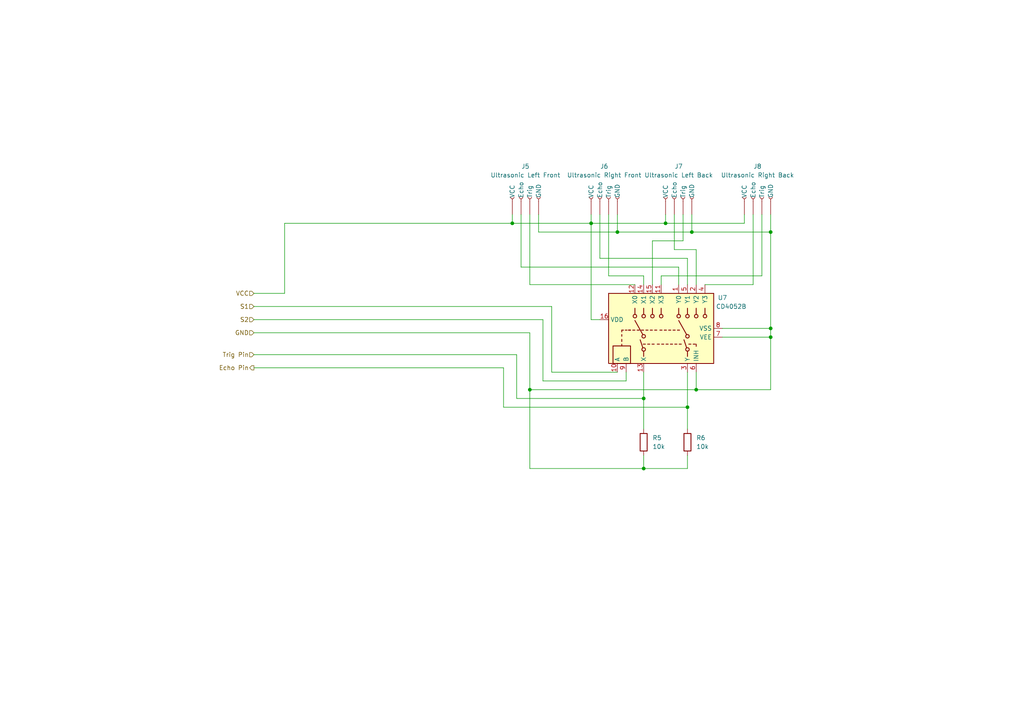
<source format=kicad_sch>
(kicad_sch (version 20211123) (generator eeschema)
  (paper "A4")
  (lib_symbols
    (symbol "Analog_Switch:CD4052B"
      (property "Reference" "U" (at -10.16 16.51 0))
      (property "Value" "CD4052B" (at 3.81 16.51 0))
      (symbol "CD4052B_0_1"
        (rectangle (start -10.16 8.89) (end -5.08 13.97) (stroke (width 0.254)))
        (rectangle (start -10.16 15.24) (end 10.16 -15.24) (stroke (width 0.254)) (fill (type background)))
        (circle (center -6.096 -7.62) (radius 0.508) (stroke (width 0.254)))
        (circle (center -6.096 5.08) (radius 0.508) (stroke (width 0.254)))
        (circle (center -2.286 -7.62) (radius 0.508) (stroke (width 0.254)))
        (circle (center -2.286 5.08) (radius 0.508) (stroke (width 0.254)))
        (polyline (pts (xy -8.128 -7.62) (xy -6.604 -7.62)) (stroke (width 0.254)))
        (polyline (pts (xy -8.128 5.08) (xy -6.604 5.08)) (stroke (width 0.254)))
        (polyline (pts (xy -5.588 -7.366) (xy -3.302 -6.604)) (stroke (width 0.254)))
        (polyline (pts (xy -5.588 5.334) (xy -3.302 6.096)) (stroke (width 0.254)))
        (polyline (pts (xy -4.572 -10.16) (xy -5.207 -10.16)) (stroke (width 0.254)))
        (polyline (pts (xy -4.572 -9.906) (xy -4.572 -9.271)) (stroke (width 0.254)))
        (polyline (pts (xy -4.572 -8.636) (xy -4.572 -8.001)) (stroke (width 0.254)))
        (polyline (pts (xy -4.572 -5.842) (xy -4.572 -5.207)) (stroke (width 0.254)))
        (polyline (pts (xy -4.572 -4.572) (xy -4.572 -3.937)) (stroke (width 0.254)))
        (polyline (pts (xy -4.572 -3.302) (xy -4.572 -2.667)) (stroke (width 0.254)))
        (polyline (pts (xy -4.572 -2.032) (xy -4.572 -1.397)) (stroke (width 0.254)))
        (polyline (pts (xy -4.572 -0.762) (xy -4.572 -0.127)) (stroke (width 0.254)))
        (polyline (pts (xy -4.572 0.508) (xy -4.572 1.143)) (stroke (width 0.254)))
        (polyline (pts (xy -4.572 2.032) (xy -4.572 2.667)) (stroke (width 0.254)))
        (polyline (pts (xy -4.572 3.302) (xy -4.572 3.937)) (stroke (width 0.254)))
        (polyline (pts (xy -4.572 4.572) (xy -4.572 5.207)) (stroke (width 0.254)))
        (polyline (pts (xy -4.572 11.43) (xy -5.08 11.43)) (stroke (width 0.254)))
        (polyline (pts (xy -3.81 11.43) (xy -3.175 11.43)) (stroke (width 0.254)))
        (polyline (pts (xy -1.778 -7.366) (xy 2.286 -5.08)) (stroke (width 0.254)))
        (polyline (pts (xy -1.778 5.334) (xy 2.286 7.62)) (stroke (width 0.254)))
        (polyline (pts (xy -1.778 11.43) (xy -2.286 11.43)) (stroke (width 0.254)))
        (polyline (pts (xy -0.508 -5.334) (xy -0.508 -4.699)) (stroke (width 0.254)))
        (polyline (pts (xy -0.508 -4.064) (xy -0.508 -3.429)) (stroke (width 0.254)))
        (polyline (pts (xy -0.508 -2.794) (xy -0.508 -2.159)) (stroke (width 0.254)))
        (polyline (pts (xy -0.508 -1.524) (xy -0.508 -0.889)) (stroke (width 0.254)))
        (polyline (pts (xy -0.508 -0.254) (xy -0.508 0.381)) (stroke (width 0.254)))
        (polyline (pts (xy -0.508 1.27) (xy -0.508 1.905)) (stroke (width 0.254)))
        (polyline (pts (xy -0.508 2.54) (xy -0.508 3.175)) (stroke (width 0.254)))
        (polyline (pts (xy -0.508 3.81) (xy -0.508 4.445)) (stroke (width 0.254)))
        (polyline (pts (xy -0.508 5.08) (xy -0.508 5.715)) (stroke (width 0.254)))
        (polyline (pts (xy -0.508 6.35) (xy -0.508 6.985)) (stroke (width 0.254)))
        (polyline (pts (xy -0.508 7.62) (xy -0.508 8.255)) (stroke (width 0.254)))
        (polyline (pts (xy -0.508 8.89) (xy -0.508 9.398)) (stroke (width 0.254)))
        (polyline (pts (xy -0.508 8.89) (xy -0.508 9.525)) (stroke (width 0.254)))
        (polyline (pts (xy -0.508 9.906) (xy -0.508 10.414)) (stroke (width 0.254)))
        (polyline (pts (xy -0.508 10.922) (xy -0.508 11.43)) (stroke (width 0.254)))
        (polyline (pts (xy -0.508 11.43) (xy -1.016 11.43)) (stroke (width 0.254)))
        (polyline (pts (xy 4.064 -12.7) (xy 5.842 -12.7)) (stroke (width 0.254)))
        (polyline (pts (xy 4.064 -10.16) (xy 5.842 -10.16)) (stroke (width 0.254)))
        (polyline (pts (xy 4.064 -7.62) (xy 5.842 -7.62)) (stroke (width 0.254)))
        (polyline (pts (xy 4.064 -5.08) (xy 5.842 -5.08)) (stroke (width 0.254)))
        (polyline (pts (xy 4.064 0) (xy 5.842 0)) (stroke (width 0.254)))
        (polyline (pts (xy 4.064 2.54) (xy 5.842 2.54)) (stroke (width 0.254)))
        (polyline (pts (xy 4.064 5.08) (xy 5.842 5.08)) (stroke (width 0.254)))
        (polyline (pts (xy 4.064 7.62) (xy 5.842 7.62)) (stroke (width 0.254)))
        (circle (center 3.556 -12.7) (radius 0.508) (stroke (width 0.254)))
        (circle (center 3.556 -10.16) (radius 0.508) (stroke (width 0.254)))
        (circle (center 3.556 -7.62) (radius 0.508) (stroke (width 0.254)))
        (circle (center 3.556 -5.08) (radius 0.508) (stroke (width 0.254)))
        (circle (center 3.556 0) (radius 0.508) (stroke (width 0.254)))
        (circle (center 3.556 2.54) (radius 0.508) (stroke (width 0.254)))
        (circle (center 3.556 5.08) (radius 0.508) (stroke (width 0.254)))
        (circle (center 3.556 7.62) (radius 0.508) (stroke (width 0.254)))
      )
      (symbol "CD4052B_1_1"
        (pin bidirectional line (at 12.7 -5.08 180) (length 2.54) (name "Y0") (number "1"))
        (pin input line (at -12.7 12.7 0) (length 2.54) (name "A") (number "10"))
        (pin bidirectional line (at 12.7 0 180) (length 2.54) (name "X3") (number "11"))
        (pin bidirectional line (at 12.7 7.62 180) (length 2.54) (name "X0") (number "12"))
        (pin bidirectional line (at -12.7 5.08 0) (length 2.54) (name "X") (number "13"))
        (pin bidirectional line (at 12.7 5.08 180) (length 2.54) (name "X1") (number "14"))
        (pin bidirectional line (at 12.7 2.54 180) (length 2.54) (name "X2") (number "15"))
        (pin power_in line (at 2.54 17.78 270) (length 2.54) (name "VDD") (number "16"))
        (pin bidirectional line (at 12.7 -10.16 180) (length 2.54) (name "Y2") (number "2"))
        (pin bidirectional line (at -12.7 -7.62 0) (length 2.54) (name "Y") (number "3"))
        (pin bidirectional line (at 12.7 -12.7 180) (length 2.54) (name "Y3") (number "4"))
        (pin bidirectional line (at 12.7 -7.62 180) (length 2.54) (name "Y1") (number "5"))
        (pin input line (at -12.7 -10.16 0) (length 2.54) (name "INH") (number "6"))
        (pin power_in line (at -2.54 -17.78 90) (length 2.54) (name "VEE") (number "7"))
        (pin power_in line (at 0 -17.78 90) (length 2.54) (name "VSS") (number "8"))
        (pin input line (at -12.7 10.16 0) (length 2.54) (name "B") (number "9"))
      )
    )
    (symbol "Connector:Conn_01x04_Female" (pin_numbers hide) (pin_names (offset 1.016))
      (property "Reference" "J?" (at 8.89 -1.27 90))
      (property "Value" "Ultrasonic Left Front" (at 6.35 -1.27 90))
      (symbol "Conn_01x04_Female_1_1"
        (arc (start 0 -4.572) (mid -0.508 -5.08) (end 0 -5.588) (stroke (width 0.1524)))
        (arc (start 0 -2.032) (mid -0.508 -2.54) (end 0 -3.048) (stroke (width 0.1524)))
        (polyline (pts (xy -1.27 -5.08) (xy -0.508 -5.08)) (stroke (width 0.1524)))
        (polyline (pts (xy -1.27 -2.54) (xy -0.508 -2.54)) (stroke (width 0.1524)))
        (polyline (pts (xy -1.27 0) (xy -0.508 0)) (stroke (width 0.1524)))
        (polyline (pts (xy -1.27 2.54) (xy -0.508 2.54)) (stroke (width 0.1524)))
        (arc (start 0 0.508) (mid -0.508 0) (end 0 -0.508) (stroke (width 0.1524)))
        (arc (start 0 3.048) (mid -0.508 2.54) (end 0 2.032) (stroke (width 0.1524)))
        (pin passive line (at -5.08 2.54 0) (length 3.81) (name "VCC") (number "1"))
        (pin passive line (at -5.08 0 0) (length 3.81) (name "Echo") (number "2"))
        (pin passive line (at -5.08 -2.54 0) (length 3.81) (name "Trig") (number "3"))
        (pin passive line (at -5.08 -5.08 0) (length 3.81) (name "GND") (number "4"))
      )
    )
    (symbol "Device:R" (pin_numbers hide) (pin_names (offset 0))
      (property "Reference" "R" (at 2.032 0 90))
      (property "Value" "R" (at 0 0 90))
      (symbol "R_0_1"
        (rectangle (start -1.016 -2.54) (end 1.016 2.54) (stroke (width 0.254)))
      )
      (symbol "R_1_1"
        (pin passive line (at 0 3.81 270) (length 1.27) (name "~") (number "1"))
        (pin passive line (at 0 -3.81 90) (length 1.27) (name "~") (number "2"))
      )
    )
  )
  (junction (at 223.52 95.25))
  (junction (at 186.69 115.57))
  (junction (at 179.07 67.31))
  (junction (at 199.39 118.11))
  (junction (at 200.66 67.31))
  (junction (at 201.93 113.03))
  (junction (at 223.52 97.79))
  (junction (at 193.04 64.77))
  (junction (at 153.67 113.03))
  (junction (at 171.45 64.77))
  (junction (at 148.59 64.77))
  (junction (at 223.52 67.31))
  (junction (at 186.69 135.89))
  (wire (pts (xy 171.45 62.23) (xy 171.45 64.77)))
  (wire (pts (xy 153.67 113.03) (xy 201.93 113.03)))
  (wire (pts (xy 220.98 80.01) (xy 191.77 80.01)))
  (wire (pts (xy 171.45 92.71) (xy 171.45 64.77)))
  (wire (pts (xy 151.13 62.23) (xy 151.13 77.47)))
  (wire (pts (xy 73.66 106.68) (xy 146.05 106.68)))
  (wire (pts (xy 220.98 62.23) (xy 220.98 80.01)))
  (wire (pts (xy 198.12 69.85) (xy 189.23 69.85)))
  (wire (pts (xy 82.55 64.77) (xy 148.59 64.77)))
  (wire (pts (xy 199.39 132.08) (xy 199.39 135.89)))
  (wire (pts (xy 73.66 88.9) (xy 160.02 88.9)))
  (wire (pts (xy 209.55 95.25) (xy 223.52 95.25)))
  (wire (pts (xy 218.44 62.23) (xy 218.44 82.55)))
  (wire (pts (xy 186.69 80.01) (xy 186.69 82.55)))
  (wire (pts (xy 181.61 107.95) (xy 181.61 110.49)))
  (wire (pts (xy 176.53 62.23) (xy 176.53 80.01)))
  (wire (pts (xy 186.69 115.57) (xy 186.69 107.95)))
  (wire (pts (xy 171.45 64.77) (xy 193.04 64.77)))
  (wire (pts (xy 215.9 62.23) (xy 215.9 64.77)))
  (wire (pts (xy 153.67 96.52) (xy 153.67 113.03)))
  (wire (pts (xy 153.67 82.55) (xy 184.15 82.55)))
  (wire (pts (xy 73.66 102.87) (xy 149.86 102.87)))
  (wire (pts (xy 73.66 96.52) (xy 153.67 96.52)))
  (wire (pts (xy 198.12 62.23) (xy 198.12 69.85)))
  (wire (pts (xy 173.99 74.93) (xy 199.39 74.93)))
  (wire (pts (xy 181.61 110.49) (xy 157.48 110.49)))
  (wire (pts (xy 201.93 107.95) (xy 201.93 113.03)))
  (wire (pts (xy 153.67 62.23) (xy 153.67 82.55)))
  (wire (pts (xy 199.39 107.95) (xy 199.39 118.11)))
  (wire (pts (xy 199.39 74.93) (xy 199.39 82.55)))
  (wire (pts (xy 160.02 88.9) (xy 160.02 107.95)))
  (wire (pts (xy 151.13 77.47) (xy 196.85 77.47)))
  (wire (pts (xy 201.93 72.39) (xy 201.93 82.55)))
  (wire (pts (xy 193.04 64.77) (xy 215.9 64.77)))
  (wire (pts (xy 156.21 62.23) (xy 156.21 67.31)))
  (wire (pts (xy 179.07 67.31) (xy 200.66 67.31)))
  (wire (pts (xy 223.52 95.25) (xy 223.52 97.79)))
  (wire (pts (xy 173.99 62.23) (xy 173.99 74.93)))
  (wire (pts (xy 179.07 62.23) (xy 179.07 67.31)))
  (wire (pts (xy 209.55 97.79) (xy 223.52 97.79)))
  (wire (pts (xy 82.55 85.09) (xy 82.55 64.77)))
  (wire (pts (xy 193.04 62.23) (xy 193.04 64.77)))
  (wire (pts (xy 173.99 92.71) (xy 171.45 92.71)))
  (wire (pts (xy 186.69 132.08) (xy 186.69 135.89)))
  (wire (pts (xy 199.39 118.11) (xy 199.39 124.46)))
  (wire (pts (xy 199.39 118.11) (xy 146.05 118.11)))
  (wire (pts (xy 201.93 113.03) (xy 223.52 113.03)))
  (wire (pts (xy 191.77 80.01) (xy 191.77 82.55)))
  (wire (pts (xy 160.02 107.95) (xy 179.07 107.95)))
  (wire (pts (xy 148.59 62.23) (xy 148.59 64.77)))
  (wire (pts (xy 156.21 67.31) (xy 179.07 67.31)))
  (wire (pts (xy 195.58 62.23) (xy 195.58 72.39)))
  (wire (pts (xy 149.86 115.57) (xy 186.69 115.57)))
  (wire (pts (xy 195.58 72.39) (xy 201.93 72.39)))
  (wire (pts (xy 199.39 135.89) (xy 186.69 135.89)))
  (wire (pts (xy 157.48 110.49) (xy 157.48 92.71)))
  (wire (pts (xy 73.66 92.71) (xy 157.48 92.71)))
  (wire (pts (xy 218.44 82.55) (xy 204.47 82.55)))
  (wire (pts (xy 153.67 113.03) (xy 153.67 135.89)))
  (wire (pts (xy 200.66 62.23) (xy 200.66 67.31)))
  (wire (pts (xy 189.23 69.85) (xy 189.23 82.55)))
  (wire (pts (xy 223.52 67.31) (xy 223.52 95.25)))
  (wire (pts (xy 148.59 64.77) (xy 171.45 64.77)))
  (wire (pts (xy 223.52 97.79) (xy 223.52 113.03)))
  (wire (pts (xy 223.52 62.23) (xy 223.52 67.31)))
  (wire (pts (xy 149.86 102.87) (xy 149.86 115.57)))
  (wire (pts (xy 153.67 135.89) (xy 186.69 135.89)))
  (wire (pts (xy 186.69 115.57) (xy 186.69 124.46)))
  (wire (pts (xy 176.53 80.01) (xy 186.69 80.01)))
  (wire (pts (xy 196.85 77.47) (xy 196.85 82.55)))
  (wire (pts (xy 200.66 67.31) (xy 223.52 67.31)))
  (wire (pts (xy 146.05 118.11) (xy 146.05 106.68)))
  (wire (pts (xy 73.66 85.09) (xy 82.55 85.09)))
  (hierarchical_label "Echo Pin" (shape output) (at 73.66 106.68 180))
  (hierarchical_label "S2" (shape input) (at 73.66 92.71 180))
  (hierarchical_label "Trig Pin" (shape input) (at 73.66 102.87 180))
  (hierarchical_label "VCC" (shape input) (at 73.66 85.09 180))
  (hierarchical_label "GND" (shape input) (at 73.66 96.52 180))
  (hierarchical_label "S1" (shape input) (at 73.66 88.9 180))
  (symbol (lib_id "Analog_Switch:CD4052B") (at 191.77 95.25 90) (unit 1)
    (property "Reference" "U7" (at 209.55 86.36 90))
    (property "Value" "CD4052B" (at 212.09 88.9 90))
    (property "Footprint" "Package_DIP:DIP-16_W10.16mm" (effects hide))
    (property "Datasheet" "http://www.ti.com/lit/ds/symlink/cd4052b.pdf" (effects hide))
  )
  (symbol (lib_id "Connector:Conn_01x04_Female") (at 173.99 57.15 90) (unit 1)
    (property "Reference" "J6" (at 175.26 48.26 90))
    (property "Value" "Ultrasonic Right Front" (at 175.26 50.8 90))
    (property "Footprint" "Connector_PinSocket_2.54mm:PinSocket_1x04_P2.54mm_Vertical" (effects hide))
  )
  (symbol (lib_id "Connector:Conn_01x04_Female") (at 151.13 57.15 90) (unit 1)
    (property "Reference" "J5" (at 152.4 48.26 90))
    (property "Value" "Ultrasonic Left Front" (at 152.4 50.8 90))
    (property "Footprint" "Connector_PinSocket_2.54mm:PinSocket_1x04_P2.54mm_Vertical" (effects hide))
  )
  (symbol (lib_id "Device:R") (at 199.39 128.27 0) (unit 1)
    (property "Reference" "R6" (at 201.93 126.9999 0) (effects (justify left)))
    (property "Value" "10k" (at 201.93 129.5399 0) (effects (justify left)))
    (property "Footprint" "Resistor_THT:R_Axial_DIN0207_L6.3mm_D2.5mm_P10.16mm_Horizontal" (effects hide))
  )
  (symbol (lib_id "Connector:Conn_01x04_Female") (at 195.58 57.15 90) (unit 1)
    (property "Reference" "J7" (at 196.85 48.26 90))
    (property "Value" "Ultrasonic Left Back" (at 196.85 50.8 90))
    (property "Footprint" "Connector_PinSocket_2.54mm:PinSocket_1x04_P2.54mm_Vertical" (effects hide))
  )
  (symbol (lib_id "Connector:Conn_01x04_Female") (at 218.44 57.15 90) (unit 1)
    (property "Reference" "J8" (at 219.71 48.26 90))
    (property "Value" "Ultrasonic Right Back" (at 219.71 50.8 90))
    (property "Footprint" "Connector_PinSocket_2.54mm:PinSocket_1x04_P2.54mm_Vertical" (effects hide))
  )
  (symbol (lib_id "Device:R") (at 186.69 128.27 0) (unit 1)
    (property "Reference" "R5" (at 189.23 126.9999 0) (effects (justify left)))
    (property "Value" "10k" (at 189.23 129.5399 0) (effects (justify left)))
    (property "Footprint" "Resistor_THT:R_Axial_DIN0207_L6.3mm_D2.5mm_P10.16mm_Horizontal" (effects hide))
  )
)
</source>
